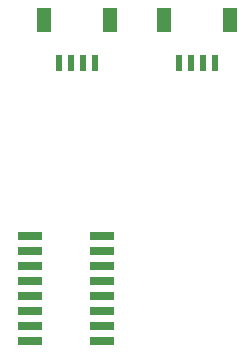
<source format=gtp>
G04 MADE WITH FRITZING*
G04 WWW.FRITZING.ORG*
G04 DOUBLE SIDED*
G04 HOLES PLATED*
G04 CONTOUR ON CENTER OF CONTOUR VECTOR*
%ASAXBY*%
%FSLAX23Y23*%
%MOIN*%
%OFA0B0*%
%SFA1.0B1.0*%
%ADD10R,0.047244X0.078740*%
%ADD11R,0.023622X0.053150*%
%ADD12R,0.080000X0.026000*%
%ADD13R,0.001000X0.001000*%
%LNPASTEMASK1*%
G90*
G70*
G54D10*
X2157Y2269D03*
X1937Y2269D03*
G54D11*
X2106Y2125D03*
X2066Y2125D03*
X2027Y2125D03*
X1988Y2125D03*
G54D10*
X1757Y2269D03*
X1537Y2269D03*
G54D11*
X1706Y2125D03*
X1666Y2125D03*
X1627Y2125D03*
X1588Y2125D03*
G54D12*
X1731Y1450D03*
G36*
X1691Y1213D02*
X1771Y1213D01*
X1771Y1187D01*
X1691Y1187D01*
X1691Y1213D01*
G37*
D02*
G36*
X1691Y1263D02*
X1771Y1263D01*
X1771Y1237D01*
X1691Y1237D01*
X1691Y1263D01*
G37*
D02*
G36*
X1691Y1313D02*
X1771Y1313D01*
X1771Y1287D01*
X1691Y1287D01*
X1691Y1313D01*
G37*
D02*
G36*
X1691Y1363D02*
X1771Y1363D01*
X1771Y1337D01*
X1691Y1337D01*
X1691Y1363D01*
G37*
D02*
G36*
X1691Y1413D02*
X1771Y1413D01*
X1771Y1387D01*
X1691Y1387D01*
X1691Y1413D01*
G37*
D02*
G36*
X1691Y1513D02*
X1771Y1513D01*
X1771Y1487D01*
X1691Y1487D01*
X1691Y1513D01*
G37*
D02*
G36*
X1691Y1563D02*
X1771Y1563D01*
X1771Y1537D01*
X1691Y1537D01*
X1691Y1563D01*
G37*
D02*
G36*
X1449Y1563D02*
X1529Y1563D01*
X1529Y1537D01*
X1449Y1537D01*
X1449Y1563D01*
G37*
D02*
G36*
X1449Y1513D02*
X1529Y1513D01*
X1529Y1487D01*
X1449Y1487D01*
X1449Y1513D01*
G37*
D02*
G36*
X1449Y1463D02*
X1529Y1463D01*
X1529Y1437D01*
X1449Y1437D01*
X1449Y1463D01*
G37*
D02*
G36*
X1449Y1413D02*
X1529Y1413D01*
X1529Y1387D01*
X1449Y1387D01*
X1449Y1413D01*
G37*
D02*
G36*
X1449Y1363D02*
X1529Y1363D01*
X1529Y1337D01*
X1449Y1337D01*
X1449Y1363D01*
G37*
D02*
G36*
X1449Y1313D02*
X1529Y1313D01*
X1529Y1287D01*
X1449Y1287D01*
X1449Y1313D01*
G37*
D02*
G36*
X1449Y1263D02*
X1529Y1263D01*
X1529Y1237D01*
X1449Y1237D01*
X1449Y1263D01*
G37*
D02*
G36*
X1449Y1213D02*
X1529Y1213D01*
X1529Y1187D01*
X1449Y1187D01*
X1449Y1213D01*
G37*
D02*
G54D13*
D02*
G04 End of PasteMask1*
M02*
</source>
